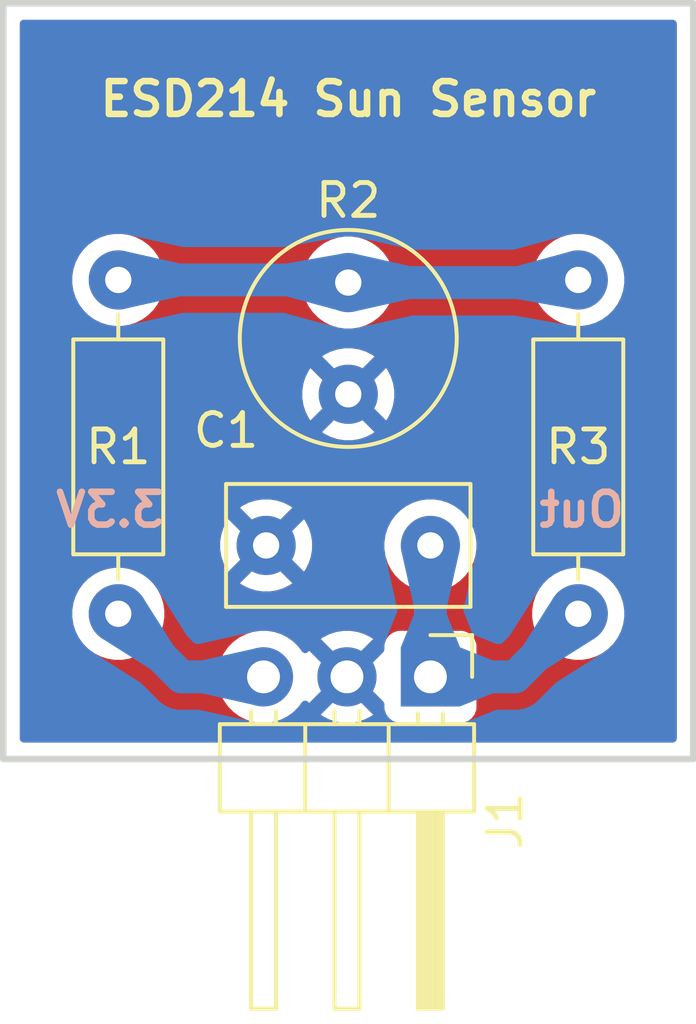
<source format=kicad_pcb>
(kicad_pcb (version 20241229) (generator "pcbnew") (generator_version "9.0")
  (layers (0 "F.Cu" signal) (2 "B.Cu" signal) (13 "F.Paste" user) (15 "B.Paste" user) (5 "F.SilkS" user "F.Silkscreen") (7 "B.SilkS" user "B.Silkscreen") (1 "F.Mask" user) (3 "B.Mask" user) (25 "Edge.Cuts" user))
  (net 0 "")
  (net 1 "/out")
  (net 2 "GND")
  (net 3 "+3.3V")
  (net 4 "Net-(R1-Pad2)")
  (footprint "Resistor_THT:R_Axial_DIN0207_L6.3mm_D2.5mm_P10.16mm_Horizontal" (layer "F.Cu") (at 53 32.92 -90)
    (property "Reference" "R3" (at 5.08 0 180) (layer "F.SilkS"))
    (property "Value" "R")
    (fp_line (start 1.81 1.37) (end 8.35 1.37) (stroke (width 0.12)) (layer "F.SilkS"))
    (fp_line (start 8.35 1.37) (end 8.35 -1.37) (stroke (width 0.12)) (layer "F.SilkS"))
    (fp_line (start 1.04 0) (end 1.81 0) (stroke (width 0.12)) (layer "F.SilkS"))
    (fp_line (start 9.12 0) (end 8.35 0) (stroke (width 0.12)) (layer "F.SilkS"))
    (fp_line (start 1.81 -1.37) (end 1.81 1.37) (stroke (width 0.12)) (layer "F.SilkS"))
    (fp_line (start 8.35 -1.37) (end 1.81 -1.37) (stroke (width 0.12)) (layer "F.SilkS"))
    (pad "1" thru_hole circle (at 0 0 270) (size 1.8 1.8) (drill 0.8) (layers "*.Cu" "*.Mask") (net 4 "Net-(R1-Pad2)"))
    (pad "2" thru_hole circle (at 10.16 0 270) (size 1.8 1.8) (drill 0.8) (layers "*.Cu" "*.Mask") (net 1 "/out"))
  )
  (footprint "Connector_PinHeader_2.54mm:PinHeader_1x03_P2.54mm_Horizontal" (layer "F.Cu") (at 48.5 45 -90)
    (property "Reference" "J1" (at 4.385 -2.27 90) (layer "F.SilkS"))
    (property "Value" "Conn_01x03")
    (fp_line (start 1.44 6.41) (end 4.1 6.41) (stroke (width 0.12)) (layer "F.SilkS"))
    (fp_line (start 4.1 6.41) (end 4.1 -1.33) (stroke (width 0.12)) (layer "F.SilkS"))
    (fp_line (start 1.042929 5.46) (end 1.44 5.46) (stroke (width 0.12)) (layer "F.SilkS"))
    (fp_line (start 10.1 5.46) (end 4.1 5.46) (stroke (width 0.12)) (layer "F.SilkS"))
    (fp_line (start 1.042929 4.7) (end 1.44 4.7) (stroke (width 0.12)) (layer "F.SilkS"))
    (fp_line (start 4.1 4.7) (end 10.1 4.7) (stroke (width 0.12)) (layer "F.SilkS"))
    (fp_line (start 10.1 4.7) (end 10.1 5.46) (stroke (width 0.12)) (layer "F.SilkS"))
    (fp_line (start 1.44 3.81) (end 4.1 3.81) (stroke (width 0.12)) (layer "F.SilkS"))
    (fp_line (start 1.042929 2.92) (end 1.44 2.92) (stroke (width 0.12)) (layer "F.SilkS"))
    (fp_line (start 10.1 2.92) (end 4.1 2.92) (stroke (width 0.12)) (layer "F.SilkS"))
    (fp_line (start 1.042929 2.16) (end 1.44 2.16) (stroke (width 0.12)) (layer "F.SilkS"))
    (fp_line (start 4.1 2.16) (end 10.1 2.16) (stroke (width 0.12)) (layer "F.SilkS"))
    (fp_line (start 10.1 2.16) (end 10.1 2.92) (stroke (width 0.12)) (layer "F.SilkS"))
    (fp_line (start 1.44 1.27) (end 4.1 1.27) (stroke (width 0.12)) (layer "F.SilkS"))
    (fp_line (start 1.11 0.38) (end 1.44 0.38) (stroke (width 0.12)) (layer "F.SilkS"))
    (fp_line (start 10.1 0.38) (end 4.1 0.38) (stroke (width 0.12)) (layer "F.SilkS"))
    (fp_line (start 4.1 0.28) (end 10.1 0.28) (stroke (width 0.12)) (layer "F.SilkS"))
    (fp_line (start 4.1 0.16) (end 10.1 0.16) (stroke (width 0.12)) (layer "F.SilkS"))
    (fp_line (start 4.1 0.04) (end 10.1 0.04) (stroke (width 0.12)) (layer "F.SilkS"))
    (fp_line (start -1.27 0) (end -1.27 -1.27) (stroke (width 0.12)) (layer "F.SilkS"))
    (fp_line (start 4.1 -0.08) (end 10.1 -0.08) (stroke (width 0.12)) (layer "F.SilkS"))
    (fp_line (start 4.1 -0.2) (end 10.1 -0.2) (stroke (width 0.12)) (layer "F.SilkS"))
    (fp_line (start 4.1 -0.32) (end 10.1 -0.32) (stroke (width 0.12)) (layer "F.SilkS"))
    (fp_line (start 1.11 -0.38) (end 1.44 -0.38) (stroke (width 0.12)) (layer "F.SilkS"))
    (fp_line (start 4.1 -0.38) (end 10.1 -0.38) (stroke (width 0.12)) (layer "F.SilkS"))
    (fp_line (start 10.1 -0.38) (end 10.1 0.38) (stroke (width 0.12)) (layer "F.SilkS"))
    (fp_line (start -1.27 -1.27) (end 0 -1.27) (stroke (width 0.12)) (layer "F.SilkS"))
    (fp_line (start 1.44 -1.33) (end 1.44 6.41) (stroke (width 0.12)) (layer "F.SilkS"))
    (fp_line (start 4.1 -1.33) (end 1.44 -1.33) (stroke (width 0.12)) (layer "F.SilkS"))
    (pad "1" thru_hole rect (at 0 0 270) (size 1.8 1.8) (drill 1) (layers "*.Cu" "*.Mask") (net 1 "/out"))
    (pad "2" thru_hole circle (at 0 2.54 270) (size 1.8 1.8) (drill 1) (layers "*.Cu" "*.Mask") (net 2 "GND"))
    (pad "3" thru_hole circle (at 0 5.08 270) (size 1.8 1.8) (drill 1) (layers "*.Cu" "*.Mask") (net 3 "+3.3V"))
  )
  (footprint "OptoDevice:R_LDR_D6.4mm_P3.4mm_Vertical" (layer "F.Cu") (at 46 33 -90)
    (property "Reference" "R2" (at -2.5 0 0) (layer "F.SilkS"))
    (property "Value" "A1050")
    (fp_circle (center 1.7 0) (end 5 -0.1) (stroke (width 0.12)) (fill no) (layer "F.SilkS"))
    (pad "1" thru_hole circle (at 0 0 270) (size 1.8 1.8) (drill 0.8) (layers "*.Cu" "*.Mask") (net 4 "Net-(R1-Pad2)"))
    (pad "2" thru_hole circle (at 3.4 0 270) (size 1.8 1.8) (drill 0.8) (layers "*.Cu" "*.Mask") (net 2 "GND"))
  )
  (footprint "Capacitor_THT:C_Rect_L7.2mm_W3.5mm_P5.00mm_FKS2_FKP2_MKS2_MKP2" (layer "F.Cu") (at 48.5 41 180)
    (property "Reference" "C1" (at 6.22 3.5 0) (layer "F.SilkS"))
    (property "Value" "C")
    (fp_line (start 6.22 -1.87) (end 6.22 1.87) (stroke (width 0.12)) (layer "F.SilkS"))
    (fp_line (start -1.22 1.87) (end 6.22 1.87) (stroke (width 0.12)) (layer "F.SilkS"))
    (fp_line (start -1.22 -1.87) (end 6.22 -1.87) (stroke (width 0.12)) (layer "F.SilkS"))
    (fp_line (start -1.22 -1.87) (end -1.22 1.87) (stroke (width 0.12)) (layer "F.SilkS"))
    (pad "1" thru_hole circle (at 0 0 180) (size 1.8 1.8) (drill 0.8) (layers "*.Cu" "*.Mask") (net 1 "/out"))
    (pad "2" thru_hole circle (at 5 0 180) (size 1.8 1.8) (drill 0.8) (layers "*.Cu" "*.Mask") (net 2 "GND"))
  )
  (footprint "Resistor_THT:R_Axial_DIN0207_L6.3mm_D2.5mm_P10.16mm_Horizontal" (layer "F.Cu") (at 39 43.08 90)
    (property "Reference" "R1" (at 5.08 0 180) (layer "F.SilkS"))
    (property "Value" "R")
    (fp_line (start 8.35 -1.37) (end 1.81 -1.37) (stroke (width 0.12)) (layer "F.SilkS"))
    (fp_line (start 1.81 -1.37) (end 1.81 1.37) (stroke (width 0.12)) (layer "F.SilkS"))
    (fp_line (start 9.12 0) (end 8.35 0) (stroke (width 0.12)) (layer "F.SilkS"))
    (fp_line (start 1.04 0) (end 1.81 0) (stroke (width 0.12)) (layer "F.SilkS"))
    (fp_line (start 8.35 1.37) (end 8.35 -1.37) (stroke (width 0.12)) (layer "F.SilkS"))
    (fp_line (start 1.81 1.37) (end 8.35 1.37) (stroke (width 0.12)) (layer "F.SilkS"))
    (pad "1" thru_hole circle (at 0 0 90) (size 1.8 1.8) (drill 0.8) (layers "*.Cu" "*.Mask") (net 3 "+3.3V"))
    (pad "2" thru_hole circle (at 10.16 0 90) (size 1.8 1.8) (drill 0.8) (layers "*.Cu" "*.Mask") (net 4 "Net-(R1-Pad2)"))
  )
  (gr_rect (start 35.5 24.5) (end 56.5 47.5) (stroke (width 0.2)) (fill no) (layer "Edge.Cuts"))
  (gr_text "ESD214 Sun Sensor\n" (at 46 28 0) (layer "F.SilkS") (effects (font (size 1 1) (thickness 0.2) (bold yes)) (justify bottom)))
  (gr_text "3.3V" (at 40.5 40.5 0) (layer "B.SilkS") (effects (font (size 1 1) (thickness 0.2) (bold yes)) (justify left bottom mirror)))
  (gr_text "Out" (at 54.5 40.5 0) (layer "B.SilkS") (effects (font (size 1 1) (thickness 0.2) (bold yes)) (justify left bottom mirror)))
  (segment (start 48.5 41.043302) (end 48.466879 41.010181) (width 1) (layer "F.Cu") (net 1))
  (segment (start 48.5 45) (end 51.08 45) (width 1) (layer "B.Cu") (net 1))
  (segment (start 51.08 45) (end 53 43.08) (width 1) (layer "B.Cu") (net 1))
  (segment (start 48.5 41) (end 48.5 45) (width 1) (layer "B.Cu") (net 1))
  (segment (start 45.966879 44.993121) (end 45.96 45) (width 1) (layer "B.Cu") (net 2))
  (segment (start 46 40.97706) (end 45.966879 41.010181) (width 1) (layer "B.Cu") (net 2))
  (segment (start 40.92 45) (end 39 43.08) (width 1) (layer "B.Cu") (net 3))
  (segment (start 43.42 45) (end 40.92 45) (width 1) (layer "B.Cu") (net 3))
  (segment (start 45.92 32.92) (end 46 33) (width 1) (layer "B.Cu") (net 4))
  (segment (start 52.92 33) (end 53 32.92) (width 1) (layer "B.Cu") (net 4))
  (segment (start 46 33) (end 52.92 33) (width 1) (layer "B.Cu") (net 4))
  (segment (start 39 32.92) (end 45.92 32.92) (width 1) (layer "B.Cu") (net 4))
  (zone (net 2) (net_name "GND") (layers "F.Cu" "B.Cu") (connect_pads (clearance 0.5)) (min_thickness 0.25) (fill yes (thermal_gap 0.5) (thermal_bridge_width 0.5))
    (polygon (pts (xy 35.5 24.5) (xy 56.5 24.5) (xy 56.5 47.5) (xy 35.5 47.5)))
  )
)
</source>
